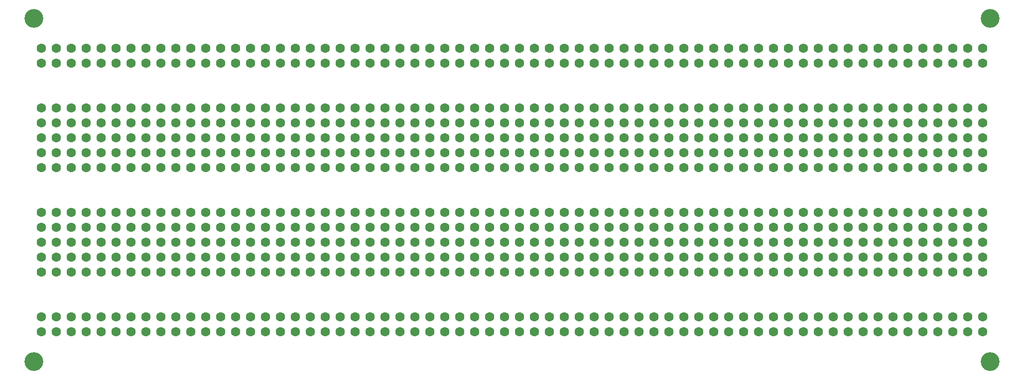
<source format=gbr>
%TF.GenerationSoftware,KiCad,Pcbnew,5.1.7*%
%TF.CreationDate,2020-11-18T18:26:48+01:00*%
%TF.ProjectId,8bitCpu,38626974-4370-4752-9e6b-696361645f70,rev?*%
%TF.SameCoordinates,Original*%
%TF.FileFunction,Soldermask,Bot*%
%TF.FilePolarity,Negative*%
%FSLAX46Y46*%
G04 Gerber Fmt 4.6, Leading zero omitted, Abs format (unit mm)*
G04 Created by KiCad (PCBNEW 5.1.7) date 2020-11-18 18:26:48*
%MOMM*%
%LPD*%
G01*
G04 APERTURE LIST*
%ADD10C,3.200000*%
%ADD11C,1.600000*%
G04 APERTURE END LIST*
D10*
%TO.C,REF\u002A\u002A*%
X212090000Y-38100000D03*
%TD*%
%TO.C,REF\u002A\u002A*%
X212090000Y-96520000D03*
%TD*%
%TO.C,REF\u002A\u002A*%
X49530000Y-96520000D03*
%TD*%
%TO.C,REF\u002A\u002A*%
X49530000Y-38100000D03*
%TD*%
D11*
%TO.C,REF\u002A\u002A*%
X50800000Y-88900000D03*
X53340000Y-88900000D03*
X55880000Y-88900000D03*
X58420000Y-88900000D03*
X60960000Y-88900000D03*
X63500000Y-88900000D03*
X66040000Y-88900000D03*
X68580000Y-88900000D03*
X71120000Y-88900000D03*
X73660000Y-88900000D03*
X76200000Y-88900000D03*
X78740000Y-88900000D03*
X81280000Y-88900000D03*
X83820000Y-88900000D03*
X86360000Y-88900000D03*
X88900000Y-88900000D03*
X91440000Y-88900000D03*
X93980000Y-88900000D03*
X96520000Y-88900000D03*
X99060000Y-88900000D03*
X101600000Y-88900000D03*
X104140000Y-88900000D03*
X106680000Y-88900000D03*
X109220000Y-88900000D03*
X111760000Y-88900000D03*
X114300000Y-88900000D03*
X116840000Y-88900000D03*
X119380000Y-88900000D03*
X121920000Y-88900000D03*
X124460000Y-88900000D03*
X127000000Y-88900000D03*
X129540000Y-88900000D03*
X132080000Y-88900000D03*
X134620000Y-88900000D03*
X137160000Y-88900000D03*
X139700000Y-88900000D03*
X142240000Y-88900000D03*
X144780000Y-88900000D03*
X147320000Y-88900000D03*
X149860000Y-88900000D03*
X152400000Y-88900000D03*
X154940000Y-88900000D03*
X157480000Y-88900000D03*
X160020000Y-88900000D03*
X162560000Y-88900000D03*
X165100000Y-88900000D03*
X167640000Y-88900000D03*
X170180000Y-88900000D03*
X172720000Y-88900000D03*
X175260000Y-88900000D03*
X177800000Y-88900000D03*
X180340000Y-88900000D03*
X182880000Y-88900000D03*
X185420000Y-88900000D03*
X187960000Y-88900000D03*
X190500000Y-88900000D03*
X193040000Y-88900000D03*
X195580000Y-88900000D03*
X198120000Y-88900000D03*
X200660000Y-88900000D03*
X203200000Y-88900000D03*
X205740000Y-88900000D03*
X208280000Y-88900000D03*
X210820000Y-88900000D03*
%TD*%
%TO.C,REF\u002A\u002A*%
X210820000Y-91440000D03*
X208280000Y-91440000D03*
X205740000Y-91440000D03*
X203200000Y-91440000D03*
X200660000Y-91440000D03*
X198120000Y-91440000D03*
X195580000Y-91440000D03*
X193040000Y-91440000D03*
X190500000Y-91440000D03*
X187960000Y-91440000D03*
X185420000Y-91440000D03*
X182880000Y-91440000D03*
X180340000Y-91440000D03*
X177800000Y-91440000D03*
X175260000Y-91440000D03*
X172720000Y-91440000D03*
X170180000Y-91440000D03*
X167640000Y-91440000D03*
X165100000Y-91440000D03*
X162560000Y-91440000D03*
X160020000Y-91440000D03*
X157480000Y-91440000D03*
X154940000Y-91440000D03*
X152400000Y-91440000D03*
X149860000Y-91440000D03*
X147320000Y-91440000D03*
X144780000Y-91440000D03*
X142240000Y-91440000D03*
X139700000Y-91440000D03*
X137160000Y-91440000D03*
X134620000Y-91440000D03*
X132080000Y-91440000D03*
X129540000Y-91440000D03*
X127000000Y-91440000D03*
X124460000Y-91440000D03*
X121920000Y-91440000D03*
X119380000Y-91440000D03*
X116840000Y-91440000D03*
X114300000Y-91440000D03*
X111760000Y-91440000D03*
X109220000Y-91440000D03*
X106680000Y-91440000D03*
X104140000Y-91440000D03*
X101600000Y-91440000D03*
X99060000Y-91440000D03*
X96520000Y-91440000D03*
X93980000Y-91440000D03*
X91440000Y-91440000D03*
X88900000Y-91440000D03*
X86360000Y-91440000D03*
X83820000Y-91440000D03*
X81280000Y-91440000D03*
X78740000Y-91440000D03*
X76200000Y-91440000D03*
X73660000Y-91440000D03*
X71120000Y-91440000D03*
X68580000Y-91440000D03*
X66040000Y-91440000D03*
X63500000Y-91440000D03*
X60960000Y-91440000D03*
X58420000Y-91440000D03*
X55880000Y-91440000D03*
X53340000Y-91440000D03*
X50800000Y-91440000D03*
%TD*%
%TO.C,REF\u002A\u002A*%
X50800000Y-45720000D03*
X53340000Y-45720000D03*
X55880000Y-45720000D03*
X58420000Y-45720000D03*
X60960000Y-45720000D03*
X63500000Y-45720000D03*
X66040000Y-45720000D03*
X68580000Y-45720000D03*
X71120000Y-45720000D03*
X73660000Y-45720000D03*
X76200000Y-45720000D03*
X78740000Y-45720000D03*
X81280000Y-45720000D03*
X83820000Y-45720000D03*
X86360000Y-45720000D03*
X88900000Y-45720000D03*
X91440000Y-45720000D03*
X93980000Y-45720000D03*
X96520000Y-45720000D03*
X99060000Y-45720000D03*
X101600000Y-45720000D03*
X104140000Y-45720000D03*
X106680000Y-45720000D03*
X109220000Y-45720000D03*
X111760000Y-45720000D03*
X114300000Y-45720000D03*
X116840000Y-45720000D03*
X119380000Y-45720000D03*
X121920000Y-45720000D03*
X124460000Y-45720000D03*
X127000000Y-45720000D03*
X129540000Y-45720000D03*
X132080000Y-45720000D03*
X134620000Y-45720000D03*
X137160000Y-45720000D03*
X139700000Y-45720000D03*
X142240000Y-45720000D03*
X144780000Y-45720000D03*
X147320000Y-45720000D03*
X149860000Y-45720000D03*
X152400000Y-45720000D03*
X154940000Y-45720000D03*
X157480000Y-45720000D03*
X160020000Y-45720000D03*
X162560000Y-45720000D03*
X165100000Y-45720000D03*
X167640000Y-45720000D03*
X170180000Y-45720000D03*
X172720000Y-45720000D03*
X175260000Y-45720000D03*
X177800000Y-45720000D03*
X180340000Y-45720000D03*
X182880000Y-45720000D03*
X185420000Y-45720000D03*
X187960000Y-45720000D03*
X190500000Y-45720000D03*
X193040000Y-45720000D03*
X195580000Y-45720000D03*
X198120000Y-45720000D03*
X200660000Y-45720000D03*
X203200000Y-45720000D03*
X205740000Y-45720000D03*
X208280000Y-45720000D03*
X210820000Y-45720000D03*
%TD*%
%TO.C,REF\u002A\u002A*%
X50800000Y-81280000D03*
X50800000Y-78740000D03*
X50800000Y-76200000D03*
X50800000Y-73660000D03*
X50800000Y-71120000D03*
%TD*%
%TO.C,REF\u002A\u002A*%
X53340000Y-81280000D03*
X53340000Y-78740000D03*
X53340000Y-76200000D03*
X53340000Y-73660000D03*
X53340000Y-71120000D03*
%TD*%
%TO.C,REF\u002A\u002A*%
X55880000Y-81280000D03*
X55880000Y-78740000D03*
X55880000Y-76200000D03*
X55880000Y-73660000D03*
X55880000Y-71120000D03*
%TD*%
%TO.C,REF\u002A\u002A*%
X58420000Y-81280000D03*
X58420000Y-78740000D03*
X58420000Y-76200000D03*
X58420000Y-73660000D03*
X58420000Y-71120000D03*
%TD*%
%TO.C,REF\u002A\u002A*%
X60960000Y-81280000D03*
X60960000Y-78740000D03*
X60960000Y-76200000D03*
X60960000Y-73660000D03*
X60960000Y-71120000D03*
%TD*%
%TO.C,REF\u002A\u002A*%
X63500000Y-81280000D03*
X63500000Y-78740000D03*
X63500000Y-76200000D03*
X63500000Y-73660000D03*
X63500000Y-71120000D03*
%TD*%
%TO.C,REF\u002A\u002A*%
X66040000Y-81280000D03*
X66040000Y-78740000D03*
X66040000Y-76200000D03*
X66040000Y-73660000D03*
X66040000Y-71120000D03*
%TD*%
%TO.C,REF\u002A\u002A*%
X68580000Y-81280000D03*
X68580000Y-78740000D03*
X68580000Y-76200000D03*
X68580000Y-73660000D03*
X68580000Y-71120000D03*
%TD*%
%TO.C,REF\u002A\u002A*%
X83820000Y-81280000D03*
X83820000Y-78740000D03*
X83820000Y-76200000D03*
X83820000Y-73660000D03*
X83820000Y-71120000D03*
%TD*%
%TO.C,REF\u002A\u002A*%
X81280000Y-81280000D03*
X81280000Y-78740000D03*
X81280000Y-76200000D03*
X81280000Y-73660000D03*
X81280000Y-71120000D03*
%TD*%
%TO.C,REF\u002A\u002A*%
X86360000Y-81280000D03*
X86360000Y-78740000D03*
X86360000Y-76200000D03*
X86360000Y-73660000D03*
X86360000Y-71120000D03*
%TD*%
%TO.C,REF\u002A\u002A*%
X76200000Y-81280000D03*
X76200000Y-78740000D03*
X76200000Y-76200000D03*
X76200000Y-73660000D03*
X76200000Y-71120000D03*
%TD*%
%TO.C,REF\u002A\u002A*%
X71120000Y-81280000D03*
X71120000Y-78740000D03*
X71120000Y-76200000D03*
X71120000Y-73660000D03*
X71120000Y-71120000D03*
%TD*%
%TO.C,REF\u002A\u002A*%
X78740000Y-81280000D03*
X78740000Y-78740000D03*
X78740000Y-76200000D03*
X78740000Y-73660000D03*
X78740000Y-71120000D03*
%TD*%
%TO.C,REF\u002A\u002A*%
X88900000Y-81280000D03*
X88900000Y-78740000D03*
X88900000Y-76200000D03*
X88900000Y-73660000D03*
X88900000Y-71120000D03*
%TD*%
%TO.C,REF\u002A\u002A*%
X73660000Y-81280000D03*
X73660000Y-78740000D03*
X73660000Y-76200000D03*
X73660000Y-73660000D03*
X73660000Y-71120000D03*
%TD*%
%TO.C,REF\u002A\u002A*%
X104140000Y-81280000D03*
X104140000Y-78740000D03*
X104140000Y-76200000D03*
X104140000Y-73660000D03*
X104140000Y-71120000D03*
%TD*%
%TO.C,REF\u002A\u002A*%
X124460000Y-81280000D03*
X124460000Y-78740000D03*
X124460000Y-76200000D03*
X124460000Y-73660000D03*
X124460000Y-71120000D03*
%TD*%
%TO.C,REF\u002A\u002A*%
X101600000Y-81280000D03*
X101600000Y-78740000D03*
X101600000Y-76200000D03*
X101600000Y-73660000D03*
X101600000Y-71120000D03*
%TD*%
%TO.C,REF\u002A\u002A*%
X119380000Y-81280000D03*
X119380000Y-78740000D03*
X119380000Y-76200000D03*
X119380000Y-73660000D03*
X119380000Y-71120000D03*
%TD*%
%TO.C,REF\u002A\u002A*%
X106680000Y-81280000D03*
X106680000Y-78740000D03*
X106680000Y-76200000D03*
X106680000Y-73660000D03*
X106680000Y-71120000D03*
%TD*%
%TO.C,REF\u002A\u002A*%
X116840000Y-81280000D03*
X116840000Y-78740000D03*
X116840000Y-76200000D03*
X116840000Y-73660000D03*
X116840000Y-71120000D03*
%TD*%
%TO.C,REF\u002A\u002A*%
X111760000Y-81280000D03*
X111760000Y-78740000D03*
X111760000Y-76200000D03*
X111760000Y-73660000D03*
X111760000Y-71120000D03*
%TD*%
%TO.C,REF\u002A\u002A*%
X121920000Y-81280000D03*
X121920000Y-78740000D03*
X121920000Y-76200000D03*
X121920000Y-73660000D03*
X121920000Y-71120000D03*
%TD*%
%TO.C,REF\u002A\u002A*%
X96520000Y-81280000D03*
X96520000Y-78740000D03*
X96520000Y-76200000D03*
X96520000Y-73660000D03*
X96520000Y-71120000D03*
%TD*%
%TO.C,REF\u002A\u002A*%
X127000000Y-81280000D03*
X127000000Y-78740000D03*
X127000000Y-76200000D03*
X127000000Y-73660000D03*
X127000000Y-71120000D03*
%TD*%
%TO.C,REF\u002A\u002A*%
X129540000Y-81280000D03*
X129540000Y-78740000D03*
X129540000Y-76200000D03*
X129540000Y-73660000D03*
X129540000Y-71120000D03*
%TD*%
%TO.C,REF\u002A\u002A*%
X91440000Y-81280000D03*
X91440000Y-78740000D03*
X91440000Y-76200000D03*
X91440000Y-73660000D03*
X91440000Y-71120000D03*
%TD*%
%TO.C,REF\u002A\u002A*%
X99060000Y-81280000D03*
X99060000Y-78740000D03*
X99060000Y-76200000D03*
X99060000Y-73660000D03*
X99060000Y-71120000D03*
%TD*%
%TO.C,REF\u002A\u002A*%
X114300000Y-81280000D03*
X114300000Y-78740000D03*
X114300000Y-76200000D03*
X114300000Y-73660000D03*
X114300000Y-71120000D03*
%TD*%
%TO.C,REF\u002A\u002A*%
X109220000Y-81280000D03*
X109220000Y-78740000D03*
X109220000Y-76200000D03*
X109220000Y-73660000D03*
X109220000Y-71120000D03*
%TD*%
%TO.C,REF\u002A\u002A*%
X93980000Y-81280000D03*
X93980000Y-78740000D03*
X93980000Y-76200000D03*
X93980000Y-73660000D03*
X93980000Y-71120000D03*
%TD*%
%TO.C,REF\u002A\u002A*%
X144780000Y-81280000D03*
X144780000Y-78740000D03*
X144780000Y-76200000D03*
X144780000Y-73660000D03*
X144780000Y-71120000D03*
%TD*%
%TO.C,REF\u002A\u002A*%
X165100000Y-81280000D03*
X165100000Y-78740000D03*
X165100000Y-76200000D03*
X165100000Y-73660000D03*
X165100000Y-71120000D03*
%TD*%
%TO.C,REF\u002A\u002A*%
X142240000Y-81280000D03*
X142240000Y-78740000D03*
X142240000Y-76200000D03*
X142240000Y-73660000D03*
X142240000Y-71120000D03*
%TD*%
%TO.C,REF\u002A\u002A*%
X160020000Y-81280000D03*
X160020000Y-78740000D03*
X160020000Y-76200000D03*
X160020000Y-73660000D03*
X160020000Y-71120000D03*
%TD*%
%TO.C,REF\u002A\u002A*%
X147320000Y-81280000D03*
X147320000Y-78740000D03*
X147320000Y-76200000D03*
X147320000Y-73660000D03*
X147320000Y-71120000D03*
%TD*%
%TO.C,REF\u002A\u002A*%
X157480000Y-81280000D03*
X157480000Y-78740000D03*
X157480000Y-76200000D03*
X157480000Y-73660000D03*
X157480000Y-71120000D03*
%TD*%
%TO.C,REF\u002A\u002A*%
X152400000Y-81280000D03*
X152400000Y-78740000D03*
X152400000Y-76200000D03*
X152400000Y-73660000D03*
X152400000Y-71120000D03*
%TD*%
%TO.C,REF\u002A\u002A*%
X162560000Y-81280000D03*
X162560000Y-78740000D03*
X162560000Y-76200000D03*
X162560000Y-73660000D03*
X162560000Y-71120000D03*
%TD*%
%TO.C,REF\u002A\u002A*%
X137160000Y-81280000D03*
X137160000Y-78740000D03*
X137160000Y-76200000D03*
X137160000Y-73660000D03*
X137160000Y-71120000D03*
%TD*%
%TO.C,REF\u002A\u002A*%
X167640000Y-81280000D03*
X167640000Y-78740000D03*
X167640000Y-76200000D03*
X167640000Y-73660000D03*
X167640000Y-71120000D03*
%TD*%
%TO.C,REF\u002A\u002A*%
X170180000Y-81280000D03*
X170180000Y-78740000D03*
X170180000Y-76200000D03*
X170180000Y-73660000D03*
X170180000Y-71120000D03*
%TD*%
%TO.C,REF\u002A\u002A*%
X132080000Y-81280000D03*
X132080000Y-78740000D03*
X132080000Y-76200000D03*
X132080000Y-73660000D03*
X132080000Y-71120000D03*
%TD*%
%TO.C,REF\u002A\u002A*%
X139700000Y-81280000D03*
X139700000Y-78740000D03*
X139700000Y-76200000D03*
X139700000Y-73660000D03*
X139700000Y-71120000D03*
%TD*%
%TO.C,REF\u002A\u002A*%
X154940000Y-81280000D03*
X154940000Y-78740000D03*
X154940000Y-76200000D03*
X154940000Y-73660000D03*
X154940000Y-71120000D03*
%TD*%
%TO.C,REF\u002A\u002A*%
X149860000Y-81280000D03*
X149860000Y-78740000D03*
X149860000Y-76200000D03*
X149860000Y-73660000D03*
X149860000Y-71120000D03*
%TD*%
%TO.C,REF\u002A\u002A*%
X134620000Y-81280000D03*
X134620000Y-78740000D03*
X134620000Y-76200000D03*
X134620000Y-73660000D03*
X134620000Y-71120000D03*
%TD*%
%TO.C,REF\u002A\u002A*%
X185420000Y-81280000D03*
X185420000Y-78740000D03*
X185420000Y-76200000D03*
X185420000Y-73660000D03*
X185420000Y-71120000D03*
%TD*%
%TO.C,REF\u002A\u002A*%
X205740000Y-81280000D03*
X205740000Y-78740000D03*
X205740000Y-76200000D03*
X205740000Y-73660000D03*
X205740000Y-71120000D03*
%TD*%
%TO.C,REF\u002A\u002A*%
X182880000Y-81280000D03*
X182880000Y-78740000D03*
X182880000Y-76200000D03*
X182880000Y-73660000D03*
X182880000Y-71120000D03*
%TD*%
%TO.C,REF\u002A\u002A*%
X200660000Y-81280000D03*
X200660000Y-78740000D03*
X200660000Y-76200000D03*
X200660000Y-73660000D03*
X200660000Y-71120000D03*
%TD*%
%TO.C,REF\u002A\u002A*%
X187960000Y-81280000D03*
X187960000Y-78740000D03*
X187960000Y-76200000D03*
X187960000Y-73660000D03*
X187960000Y-71120000D03*
%TD*%
%TO.C,REF\u002A\u002A*%
X198120000Y-81280000D03*
X198120000Y-78740000D03*
X198120000Y-76200000D03*
X198120000Y-73660000D03*
X198120000Y-71120000D03*
%TD*%
%TO.C,REF\u002A\u002A*%
X193040000Y-81280000D03*
X193040000Y-78740000D03*
X193040000Y-76200000D03*
X193040000Y-73660000D03*
X193040000Y-71120000D03*
%TD*%
%TO.C,REF\u002A\u002A*%
X203200000Y-81280000D03*
X203200000Y-78740000D03*
X203200000Y-76200000D03*
X203200000Y-73660000D03*
X203200000Y-71120000D03*
%TD*%
%TO.C,REF\u002A\u002A*%
X177800000Y-81280000D03*
X177800000Y-78740000D03*
X177800000Y-76200000D03*
X177800000Y-73660000D03*
X177800000Y-71120000D03*
%TD*%
%TO.C,REF\u002A\u002A*%
X208280000Y-81280000D03*
X208280000Y-78740000D03*
X208280000Y-76200000D03*
X208280000Y-73660000D03*
X208280000Y-71120000D03*
%TD*%
%TO.C,REF\u002A\u002A*%
X210820000Y-81280000D03*
X210820000Y-78740000D03*
X210820000Y-76200000D03*
X210820000Y-73660000D03*
X210820000Y-71120000D03*
%TD*%
%TO.C,REF\u002A\u002A*%
X172720000Y-81280000D03*
X172720000Y-78740000D03*
X172720000Y-76200000D03*
X172720000Y-73660000D03*
X172720000Y-71120000D03*
%TD*%
%TO.C,REF\u002A\u002A*%
X180340000Y-81280000D03*
X180340000Y-78740000D03*
X180340000Y-76200000D03*
X180340000Y-73660000D03*
X180340000Y-71120000D03*
%TD*%
%TO.C,REF\u002A\u002A*%
X195580000Y-81280000D03*
X195580000Y-78740000D03*
X195580000Y-76200000D03*
X195580000Y-73660000D03*
X195580000Y-71120000D03*
%TD*%
%TO.C,REF\u002A\u002A*%
X190500000Y-81280000D03*
X190500000Y-78740000D03*
X190500000Y-76200000D03*
X190500000Y-73660000D03*
X190500000Y-71120000D03*
%TD*%
%TO.C,REF\u002A\u002A*%
X175260000Y-81280000D03*
X175260000Y-78740000D03*
X175260000Y-76200000D03*
X175260000Y-73660000D03*
X175260000Y-71120000D03*
%TD*%
%TO.C,REF\u002A\u002A*%
X106680000Y-53340000D03*
X106680000Y-55880000D03*
X106680000Y-58420000D03*
X106680000Y-60960000D03*
X106680000Y-63500000D03*
%TD*%
%TO.C,REF\u002A\u002A*%
X198120000Y-53340000D03*
X198120000Y-55880000D03*
X198120000Y-58420000D03*
X198120000Y-60960000D03*
X198120000Y-63500000D03*
%TD*%
%TO.C,REF\u002A\u002A*%
X177800000Y-53340000D03*
X177800000Y-55880000D03*
X177800000Y-58420000D03*
X177800000Y-60960000D03*
X177800000Y-63500000D03*
%TD*%
%TO.C,REF\u002A\u002A*%
X121920000Y-53340000D03*
X121920000Y-55880000D03*
X121920000Y-58420000D03*
X121920000Y-60960000D03*
X121920000Y-63500000D03*
%TD*%
%TO.C,REF\u002A\u002A*%
X165100000Y-53340000D03*
X165100000Y-55880000D03*
X165100000Y-58420000D03*
X165100000Y-60960000D03*
X165100000Y-63500000D03*
%TD*%
%TO.C,REF\u002A\u002A*%
X124460000Y-53340000D03*
X124460000Y-55880000D03*
X124460000Y-58420000D03*
X124460000Y-60960000D03*
X124460000Y-63500000D03*
%TD*%
%TO.C,REF\u002A\u002A*%
X101600000Y-53340000D03*
X101600000Y-55880000D03*
X101600000Y-58420000D03*
X101600000Y-60960000D03*
X101600000Y-63500000D03*
%TD*%
%TO.C,REF\u002A\u002A*%
X114300000Y-53340000D03*
X114300000Y-55880000D03*
X114300000Y-58420000D03*
X114300000Y-60960000D03*
X114300000Y-63500000D03*
%TD*%
%TO.C,REF\u002A\u002A*%
X66040000Y-53340000D03*
X66040000Y-55880000D03*
X66040000Y-58420000D03*
X66040000Y-60960000D03*
X66040000Y-63500000D03*
%TD*%
%TO.C,REF\u002A\u002A*%
X116840000Y-53340000D03*
X116840000Y-55880000D03*
X116840000Y-58420000D03*
X116840000Y-60960000D03*
X116840000Y-63500000D03*
%TD*%
%TO.C,REF\u002A\u002A*%
X83820000Y-53340000D03*
X83820000Y-55880000D03*
X83820000Y-58420000D03*
X83820000Y-60960000D03*
X83820000Y-63500000D03*
%TD*%
%TO.C,REF\u002A\u002A*%
X127000000Y-53340000D03*
X127000000Y-55880000D03*
X127000000Y-58420000D03*
X127000000Y-60960000D03*
X127000000Y-63500000D03*
%TD*%
%TO.C,REF\u002A\u002A*%
X63500000Y-53340000D03*
X63500000Y-55880000D03*
X63500000Y-58420000D03*
X63500000Y-60960000D03*
X63500000Y-63500000D03*
%TD*%
%TO.C,REF\u002A\u002A*%
X91440000Y-53340000D03*
X91440000Y-55880000D03*
X91440000Y-58420000D03*
X91440000Y-60960000D03*
X91440000Y-63500000D03*
%TD*%
%TO.C,REF\u002A\u002A*%
X76200000Y-53340000D03*
X76200000Y-55880000D03*
X76200000Y-58420000D03*
X76200000Y-60960000D03*
X76200000Y-63500000D03*
%TD*%
%TO.C,REF\u002A\u002A*%
X68580000Y-53340000D03*
X68580000Y-55880000D03*
X68580000Y-58420000D03*
X68580000Y-60960000D03*
X68580000Y-63500000D03*
%TD*%
%TO.C,REF\u002A\u002A*%
X58420000Y-53340000D03*
X58420000Y-55880000D03*
X58420000Y-58420000D03*
X58420000Y-60960000D03*
X58420000Y-63500000D03*
%TD*%
%TO.C,REF\u002A\u002A*%
X200660000Y-53340000D03*
X200660000Y-55880000D03*
X200660000Y-58420000D03*
X200660000Y-60960000D03*
X200660000Y-63500000D03*
%TD*%
%TO.C,REF\u002A\u002A*%
X81280000Y-53340000D03*
X81280000Y-55880000D03*
X81280000Y-58420000D03*
X81280000Y-60960000D03*
X81280000Y-63500000D03*
%TD*%
%TO.C,REF\u002A\u002A*%
X109220000Y-53340000D03*
X109220000Y-55880000D03*
X109220000Y-58420000D03*
X109220000Y-60960000D03*
X109220000Y-63500000D03*
%TD*%
%TO.C,REF\u002A\u002A*%
X73660000Y-53340000D03*
X73660000Y-55880000D03*
X73660000Y-58420000D03*
X73660000Y-60960000D03*
X73660000Y-63500000D03*
%TD*%
%TO.C,REF\u002A\u002A*%
X86360000Y-53340000D03*
X86360000Y-55880000D03*
X86360000Y-58420000D03*
X86360000Y-60960000D03*
X86360000Y-63500000D03*
%TD*%
%TO.C,REF\u002A\u002A*%
X55880000Y-53340000D03*
X55880000Y-55880000D03*
X55880000Y-58420000D03*
X55880000Y-60960000D03*
X55880000Y-63500000D03*
%TD*%
%TO.C,REF\u002A\u002A*%
X182880000Y-53340000D03*
X182880000Y-55880000D03*
X182880000Y-58420000D03*
X182880000Y-60960000D03*
X182880000Y-63500000D03*
%TD*%
%TO.C,REF\u002A\u002A*%
X53340000Y-53340000D03*
X53340000Y-55880000D03*
X53340000Y-58420000D03*
X53340000Y-60960000D03*
X53340000Y-63500000D03*
%TD*%
%TO.C,REF\u002A\u002A*%
X104140000Y-53340000D03*
X104140000Y-55880000D03*
X104140000Y-58420000D03*
X104140000Y-60960000D03*
X104140000Y-63500000D03*
%TD*%
%TO.C,REF\u002A\u002A*%
X195580000Y-53340000D03*
X195580000Y-55880000D03*
X195580000Y-58420000D03*
X195580000Y-60960000D03*
X195580000Y-63500000D03*
%TD*%
%TO.C,REF\u002A\u002A*%
X119380000Y-53340000D03*
X119380000Y-55880000D03*
X119380000Y-58420000D03*
X119380000Y-60960000D03*
X119380000Y-63500000D03*
%TD*%
%TO.C,REF\u002A\u002A*%
X185420000Y-53340000D03*
X185420000Y-55880000D03*
X185420000Y-58420000D03*
X185420000Y-60960000D03*
X185420000Y-63500000D03*
%TD*%
%TO.C,REF\u002A\u002A*%
X93980000Y-53340000D03*
X93980000Y-55880000D03*
X93980000Y-58420000D03*
X93980000Y-60960000D03*
X93980000Y-63500000D03*
%TD*%
%TO.C,REF\u002A\u002A*%
X190500000Y-53340000D03*
X190500000Y-55880000D03*
X190500000Y-58420000D03*
X190500000Y-60960000D03*
X190500000Y-63500000D03*
%TD*%
%TO.C,REF\u002A\u002A*%
X180340000Y-53340000D03*
X180340000Y-55880000D03*
X180340000Y-58420000D03*
X180340000Y-60960000D03*
X180340000Y-63500000D03*
%TD*%
%TO.C,REF\u002A\u002A*%
X205740000Y-53340000D03*
X205740000Y-55880000D03*
X205740000Y-58420000D03*
X205740000Y-60960000D03*
X205740000Y-63500000D03*
%TD*%
%TO.C,REF\u002A\u002A*%
X88900000Y-53340000D03*
X88900000Y-55880000D03*
X88900000Y-58420000D03*
X88900000Y-60960000D03*
X88900000Y-63500000D03*
%TD*%
%TO.C,REF\u002A\u002A*%
X129540000Y-53340000D03*
X129540000Y-55880000D03*
X129540000Y-58420000D03*
X129540000Y-60960000D03*
X129540000Y-63500000D03*
%TD*%
%TO.C,REF\u002A\u002A*%
X60960000Y-53340000D03*
X60960000Y-55880000D03*
X60960000Y-58420000D03*
X60960000Y-60960000D03*
X60960000Y-63500000D03*
%TD*%
%TO.C,REF\u002A\u002A*%
X142240000Y-53340000D03*
X142240000Y-55880000D03*
X142240000Y-58420000D03*
X142240000Y-60960000D03*
X142240000Y-63500000D03*
%TD*%
%TO.C,REF\u002A\u002A*%
X160020000Y-53340000D03*
X160020000Y-55880000D03*
X160020000Y-58420000D03*
X160020000Y-60960000D03*
X160020000Y-63500000D03*
%TD*%
%TO.C,REF\u002A\u002A*%
X50800000Y-53340000D03*
X50800000Y-55880000D03*
X50800000Y-58420000D03*
X50800000Y-60960000D03*
X50800000Y-63500000D03*
%TD*%
%TO.C,REF\u002A\u002A*%
X152400000Y-53340000D03*
X152400000Y-55880000D03*
X152400000Y-58420000D03*
X152400000Y-60960000D03*
X152400000Y-63500000D03*
%TD*%
%TO.C,REF\u002A\u002A*%
X71120000Y-53340000D03*
X71120000Y-55880000D03*
X71120000Y-58420000D03*
X71120000Y-60960000D03*
X71120000Y-63500000D03*
%TD*%
%TO.C,REF\u002A\u002A*%
X111760000Y-53340000D03*
X111760000Y-55880000D03*
X111760000Y-58420000D03*
X111760000Y-60960000D03*
X111760000Y-63500000D03*
%TD*%
%TO.C,REF\u002A\u002A*%
X132080000Y-53340000D03*
X132080000Y-55880000D03*
X132080000Y-58420000D03*
X132080000Y-60960000D03*
X132080000Y-63500000D03*
%TD*%
%TO.C,REF\u002A\u002A*%
X175260000Y-53340000D03*
X175260000Y-55880000D03*
X175260000Y-58420000D03*
X175260000Y-60960000D03*
X175260000Y-63500000D03*
%TD*%
%TO.C,REF\u002A\u002A*%
X172720000Y-53340000D03*
X172720000Y-55880000D03*
X172720000Y-58420000D03*
X172720000Y-60960000D03*
X172720000Y-63500000D03*
%TD*%
%TO.C,REF\u002A\u002A*%
X170180000Y-53340000D03*
X170180000Y-55880000D03*
X170180000Y-58420000D03*
X170180000Y-60960000D03*
X170180000Y-63500000D03*
%TD*%
%TO.C,REF\u002A\u002A*%
X78740000Y-53340000D03*
X78740000Y-55880000D03*
X78740000Y-58420000D03*
X78740000Y-60960000D03*
X78740000Y-63500000D03*
%TD*%
%TO.C,REF\u002A\u002A*%
X210820000Y-53340000D03*
X210820000Y-55880000D03*
X210820000Y-58420000D03*
X210820000Y-60960000D03*
X210820000Y-63500000D03*
%TD*%
%TO.C,REF\u002A\u002A*%
X137160000Y-53340000D03*
X137160000Y-55880000D03*
X137160000Y-58420000D03*
X137160000Y-60960000D03*
X137160000Y-63500000D03*
%TD*%
%TO.C,REF\u002A\u002A*%
X134620000Y-53340000D03*
X134620000Y-55880000D03*
X134620000Y-58420000D03*
X134620000Y-60960000D03*
X134620000Y-63500000D03*
%TD*%
%TO.C,REF\u002A\u002A*%
X149860000Y-53340000D03*
X149860000Y-55880000D03*
X149860000Y-58420000D03*
X149860000Y-60960000D03*
X149860000Y-63500000D03*
%TD*%
%TO.C,REF\u002A\u002A*%
X162560000Y-53340000D03*
X162560000Y-55880000D03*
X162560000Y-58420000D03*
X162560000Y-60960000D03*
X162560000Y-63500000D03*
%TD*%
%TO.C,REF\u002A\u002A*%
X147320000Y-53340000D03*
X147320000Y-55880000D03*
X147320000Y-58420000D03*
X147320000Y-60960000D03*
X147320000Y-63500000D03*
%TD*%
%TO.C,REF\u002A\u002A*%
X139700000Y-53340000D03*
X139700000Y-55880000D03*
X139700000Y-58420000D03*
X139700000Y-60960000D03*
X139700000Y-63500000D03*
%TD*%
%TO.C,REF\u002A\u002A*%
X203200000Y-53340000D03*
X203200000Y-55880000D03*
X203200000Y-58420000D03*
X203200000Y-60960000D03*
X203200000Y-63500000D03*
%TD*%
%TO.C,REF\u002A\u002A*%
X187960000Y-53340000D03*
X187960000Y-55880000D03*
X187960000Y-58420000D03*
X187960000Y-60960000D03*
X187960000Y-63500000D03*
%TD*%
%TO.C,REF\u002A\u002A*%
X193040000Y-53340000D03*
X193040000Y-55880000D03*
X193040000Y-58420000D03*
X193040000Y-60960000D03*
X193040000Y-63500000D03*
%TD*%
%TO.C,REF\u002A\u002A*%
X144780000Y-53340000D03*
X144780000Y-55880000D03*
X144780000Y-58420000D03*
X144780000Y-60960000D03*
X144780000Y-63500000D03*
%TD*%
%TO.C,REF\u002A\u002A*%
X154940000Y-53340000D03*
X154940000Y-55880000D03*
X154940000Y-58420000D03*
X154940000Y-60960000D03*
X154940000Y-63500000D03*
%TD*%
%TO.C,REF\u002A\u002A*%
X167640000Y-53340000D03*
X167640000Y-55880000D03*
X167640000Y-58420000D03*
X167640000Y-60960000D03*
X167640000Y-63500000D03*
%TD*%
%TO.C,REF\u002A\u002A*%
X96520000Y-53340000D03*
X96520000Y-55880000D03*
X96520000Y-58420000D03*
X96520000Y-60960000D03*
X96520000Y-63500000D03*
%TD*%
%TO.C,REF\u002A\u002A*%
X99060000Y-53340000D03*
X99060000Y-55880000D03*
X99060000Y-58420000D03*
X99060000Y-60960000D03*
X99060000Y-63500000D03*
%TD*%
%TO.C,REF\u002A\u002A*%
X157480000Y-53340000D03*
X157480000Y-55880000D03*
X157480000Y-58420000D03*
X157480000Y-60960000D03*
X157480000Y-63500000D03*
%TD*%
%TO.C,REF\u002A\u002A*%
X208280000Y-53340000D03*
X208280000Y-55880000D03*
X208280000Y-58420000D03*
X208280000Y-60960000D03*
X208280000Y-63500000D03*
%TD*%
%TO.C,REF\u002A\u002A*%
X210820000Y-43180000D03*
X208280000Y-43180000D03*
X205740000Y-43180000D03*
X203200000Y-43180000D03*
X200660000Y-43180000D03*
X198120000Y-43180000D03*
X195580000Y-43180000D03*
X193040000Y-43180000D03*
X190500000Y-43180000D03*
X187960000Y-43180000D03*
X185420000Y-43180000D03*
X182880000Y-43180000D03*
X180340000Y-43180000D03*
X177800000Y-43180000D03*
X175260000Y-43180000D03*
X172720000Y-43180000D03*
X170180000Y-43180000D03*
X167640000Y-43180000D03*
X165100000Y-43180000D03*
X162560000Y-43180000D03*
X160020000Y-43180000D03*
X157480000Y-43180000D03*
X154940000Y-43180000D03*
X152400000Y-43180000D03*
X149860000Y-43180000D03*
X147320000Y-43180000D03*
X144780000Y-43180000D03*
X142240000Y-43180000D03*
X139700000Y-43180000D03*
X137160000Y-43180000D03*
X134620000Y-43180000D03*
X132080000Y-43180000D03*
X129540000Y-43180000D03*
X127000000Y-43180000D03*
X124460000Y-43180000D03*
X121920000Y-43180000D03*
X119380000Y-43180000D03*
X116840000Y-43180000D03*
X114300000Y-43180000D03*
X111760000Y-43180000D03*
X109220000Y-43180000D03*
X106680000Y-43180000D03*
X104140000Y-43180000D03*
X101600000Y-43180000D03*
X99060000Y-43180000D03*
X96520000Y-43180000D03*
X93980000Y-43180000D03*
X91440000Y-43180000D03*
X88900000Y-43180000D03*
X86360000Y-43180000D03*
X83820000Y-43180000D03*
X81280000Y-43180000D03*
X78740000Y-43180000D03*
X76200000Y-43180000D03*
X73660000Y-43180000D03*
X71120000Y-43180000D03*
X68580000Y-43180000D03*
X66040000Y-43180000D03*
X63500000Y-43180000D03*
X60960000Y-43180000D03*
X58420000Y-43180000D03*
X55880000Y-43180000D03*
X53340000Y-43180000D03*
X50800000Y-43180000D03*
%TD*%
M02*

</source>
